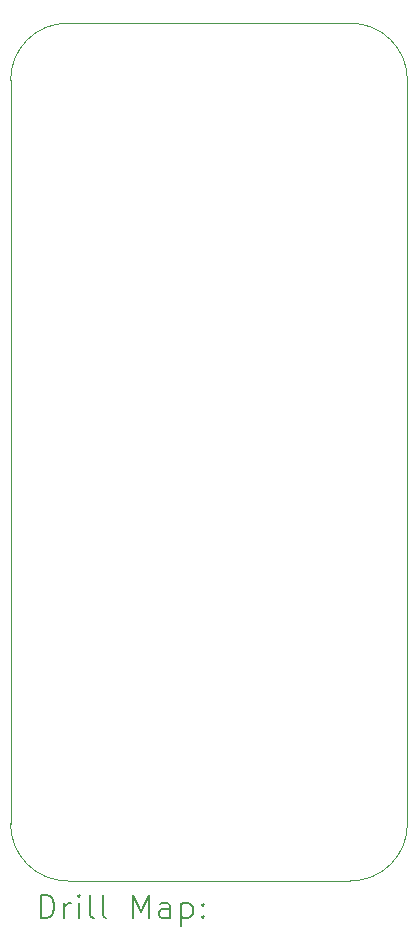
<source format=gbr>
%TF.GenerationSoftware,KiCad,Pcbnew,7.0.5-0*%
%TF.CreationDate,2023-07-31T21:54:10-04:00*%
%TF.ProjectId,carrier-hp,63617272-6965-4722-9d68-702e6b696361,rev?*%
%TF.SameCoordinates,Original*%
%TF.FileFunction,Drillmap*%
%TF.FilePolarity,Positive*%
%FSLAX45Y45*%
G04 Gerber Fmt 4.5, Leading zero omitted, Abs format (unit mm)*
G04 Created by KiCad (PCBNEW 7.0.5-0) date 2023-07-31 21:54:10*
%MOMM*%
%LPD*%
G01*
G04 APERTURE LIST*
%ADD10C,0.100000*%
%ADD11C,0.200000*%
G04 APERTURE END LIST*
D10*
X12742734Y-3999735D02*
X15137734Y-3999735D01*
X12742734Y-3999735D02*
G75*
G03*
X12260101Y-4482367I6J-482639D01*
G01*
X12260097Y-10780000D02*
G75*
G03*
X12742734Y-11262633I482633J0D01*
G01*
X12260101Y-10780000D02*
X12260101Y-4482367D01*
X15137734Y-11262636D02*
G75*
G03*
X15620366Y-10780000I-4J482636D01*
G01*
X12742734Y-11262633D02*
X15137734Y-11262633D01*
X15620365Y-4482367D02*
G75*
G03*
X15137734Y-3999735I-482635J-3D01*
G01*
X15620366Y-4482367D02*
X15620366Y-10780000D01*
D11*
X12515878Y-11579116D02*
X12515878Y-11379116D01*
X12515878Y-11379116D02*
X12563497Y-11379116D01*
X12563497Y-11379116D02*
X12592068Y-11388640D01*
X12592068Y-11388640D02*
X12611116Y-11407688D01*
X12611116Y-11407688D02*
X12620640Y-11426735D01*
X12620640Y-11426735D02*
X12630164Y-11464831D01*
X12630164Y-11464831D02*
X12630164Y-11493402D01*
X12630164Y-11493402D02*
X12620640Y-11531497D01*
X12620640Y-11531497D02*
X12611116Y-11550545D01*
X12611116Y-11550545D02*
X12592068Y-11569593D01*
X12592068Y-11569593D02*
X12563497Y-11579116D01*
X12563497Y-11579116D02*
X12515878Y-11579116D01*
X12715878Y-11579116D02*
X12715878Y-11445783D01*
X12715878Y-11483878D02*
X12725402Y-11464831D01*
X12725402Y-11464831D02*
X12734925Y-11455307D01*
X12734925Y-11455307D02*
X12753973Y-11445783D01*
X12753973Y-11445783D02*
X12773021Y-11445783D01*
X12839687Y-11579116D02*
X12839687Y-11445783D01*
X12839687Y-11379116D02*
X12830164Y-11388640D01*
X12830164Y-11388640D02*
X12839687Y-11398164D01*
X12839687Y-11398164D02*
X12849211Y-11388640D01*
X12849211Y-11388640D02*
X12839687Y-11379116D01*
X12839687Y-11379116D02*
X12839687Y-11398164D01*
X12963497Y-11579116D02*
X12944449Y-11569593D01*
X12944449Y-11569593D02*
X12934925Y-11550545D01*
X12934925Y-11550545D02*
X12934925Y-11379116D01*
X13068259Y-11579116D02*
X13049211Y-11569593D01*
X13049211Y-11569593D02*
X13039687Y-11550545D01*
X13039687Y-11550545D02*
X13039687Y-11379116D01*
X13296830Y-11579116D02*
X13296830Y-11379116D01*
X13296830Y-11379116D02*
X13363497Y-11521974D01*
X13363497Y-11521974D02*
X13430164Y-11379116D01*
X13430164Y-11379116D02*
X13430164Y-11579116D01*
X13611116Y-11579116D02*
X13611116Y-11474355D01*
X13611116Y-11474355D02*
X13601592Y-11455307D01*
X13601592Y-11455307D02*
X13582545Y-11445783D01*
X13582545Y-11445783D02*
X13544449Y-11445783D01*
X13544449Y-11445783D02*
X13525402Y-11455307D01*
X13611116Y-11569593D02*
X13592068Y-11579116D01*
X13592068Y-11579116D02*
X13544449Y-11579116D01*
X13544449Y-11579116D02*
X13525402Y-11569593D01*
X13525402Y-11569593D02*
X13515878Y-11550545D01*
X13515878Y-11550545D02*
X13515878Y-11531497D01*
X13515878Y-11531497D02*
X13525402Y-11512450D01*
X13525402Y-11512450D02*
X13544449Y-11502926D01*
X13544449Y-11502926D02*
X13592068Y-11502926D01*
X13592068Y-11502926D02*
X13611116Y-11493402D01*
X13706354Y-11445783D02*
X13706354Y-11645783D01*
X13706354Y-11455307D02*
X13725402Y-11445783D01*
X13725402Y-11445783D02*
X13763497Y-11445783D01*
X13763497Y-11445783D02*
X13782545Y-11455307D01*
X13782545Y-11455307D02*
X13792068Y-11464831D01*
X13792068Y-11464831D02*
X13801592Y-11483878D01*
X13801592Y-11483878D02*
X13801592Y-11541021D01*
X13801592Y-11541021D02*
X13792068Y-11560069D01*
X13792068Y-11560069D02*
X13782545Y-11569593D01*
X13782545Y-11569593D02*
X13763497Y-11579116D01*
X13763497Y-11579116D02*
X13725402Y-11579116D01*
X13725402Y-11579116D02*
X13706354Y-11569593D01*
X13887306Y-11560069D02*
X13896830Y-11569593D01*
X13896830Y-11569593D02*
X13887306Y-11579116D01*
X13887306Y-11579116D02*
X13877783Y-11569593D01*
X13877783Y-11569593D02*
X13887306Y-11560069D01*
X13887306Y-11560069D02*
X13887306Y-11579116D01*
X13887306Y-11455307D02*
X13896830Y-11464831D01*
X13896830Y-11464831D02*
X13887306Y-11474355D01*
X13887306Y-11474355D02*
X13877783Y-11464831D01*
X13877783Y-11464831D02*
X13887306Y-11455307D01*
X13887306Y-11455307D02*
X13887306Y-11474355D01*
M02*

</source>
